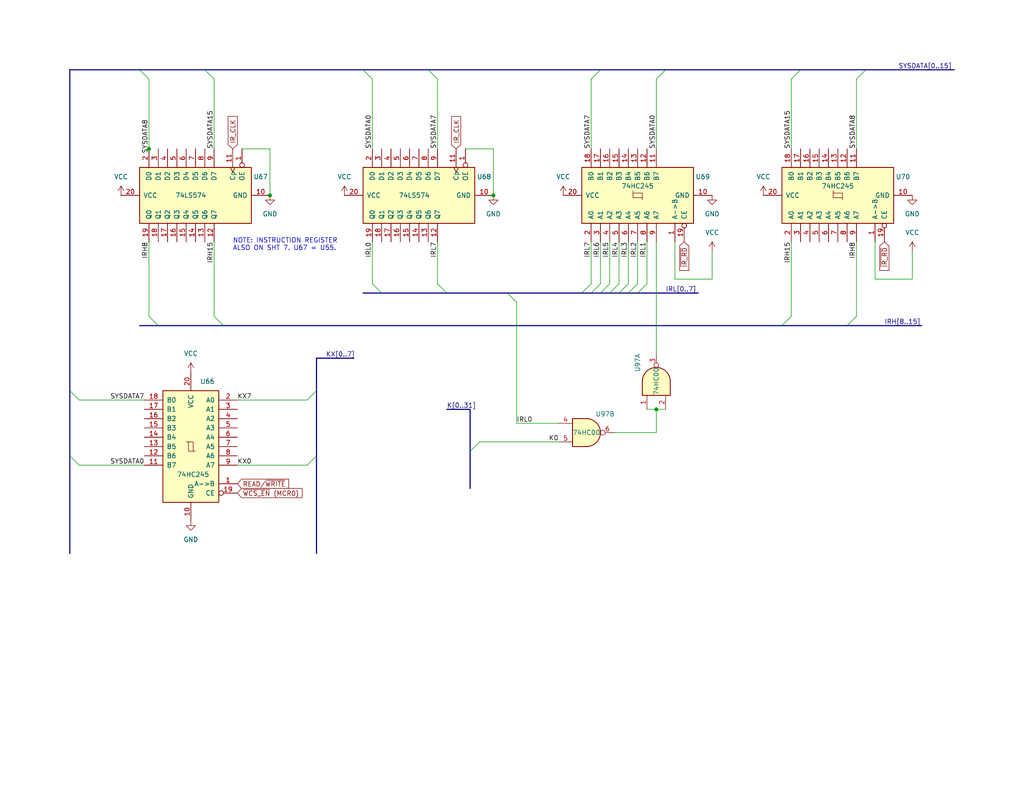
<source format=kicad_sch>
(kicad_sch (version 20211123) (generator eeschema)
  (paper "USLetter")
  (title_block (title "Microcode Tranceivers") (date "2022-07-05"))
  (lib_symbols
    (symbol "74xx:74HC00" (pin_names (offset 1.016))
      (property "Reference" "U" (at 0 1.27 0))
      (property "Value" "74HC00" (at 0 -1.27 0))
      (symbol "74HC00_1_1"
        (arc (start 0 -3.81) (mid 3.81 0) (end 0 3.81) (stroke (width 0.254)) (fill (type background)))
        (polyline (pts (xy 0 3.81) (xy -3.81 3.81) (xy -3.81 -3.81) (xy 0 -3.81)) (stroke (width 0.254)) (fill (type background)))
        (pin input line (at -7.62 2.54 0) (length 3.81) (name "~") (number "1"))
        (pin input line (at -7.62 -2.54 0) (length 3.81) (name "~") (number "2"))
        (pin output inverted (at 7.62 0 180) (length 3.81) (name "~") (number "3"))
      )
      (symbol "74HC00_1_2"
        (arc (start -3.81 -3.81) (mid -2.589 0) (end -3.81 3.81) (stroke (width 0.254)))
        (arc (start -0.6096 -3.81) (mid 2.1855 -2.584) (end 3.81 0) (stroke (width 0.254)) (fill (type background)))
        (polyline (pts (xy -3.81 -3.81) (xy -0.635 -3.81)) (stroke (width 0.254)) (fill (type background)))
        (polyline (pts (xy -3.81 3.81) (xy -0.635 3.81)) (stroke (width 0.254)) (fill (type background)))
        (polyline (pts (xy -0.635 3.81) (xy -3.81 3.81) (xy -3.81 3.81) (xy -3.556 3.4036) (xy -3.0226 2.2606) (xy -2.6924 1.0414) (xy -2.6162 -0.254) (xy -2.7686 -1.4986) (xy -3.175 -2.7178) (xy -3.81 -3.81) (xy -3.81 -3.81) (xy -0.635 -3.81)) (stroke (width -25.4)) (fill (type background)))
        (arc (start 3.81 0) (mid 2.1928 2.5925) (end -0.6096 3.81) (stroke (width 0.254)) (fill (type background)))
        (pin input inverted (at -7.62 2.54 0) (length 4.318) (name "~") (number "1"))
        (pin input inverted (at -7.62 -2.54 0) (length 4.318) (name "~") (number "2"))
        (pin output line (at 7.62 0 180) (length 3.81) (name "~") (number "3"))
      )
      (symbol "74HC00_2_1"
        (arc (start 0 -3.81) (mid 3.81 0) (end 0 3.81) (stroke (width 0.254)) (fill (type background)))
        (polyline (pts (xy 0 3.81) (xy -3.81 3.81) (xy -3.81 -3.81) (xy 0 -3.81)) (stroke (width 0.254)) (fill (type background)))
        (pin input line (at -7.62 2.54 0) (length 3.81) (name "~") (number "4"))
        (pin input line (at -7.62 -2.54 0) (length 3.81) (name "~") (number "5"))
        (pin output inverted (at 7.62 0 180) (length 3.81) (name "~") (number "6"))
      )
      (symbol "74HC00_2_2"
        (arc (start -3.81 -3.81) (mid -2.589 0) (end -3.81 3.81) (stroke (width 0.254)))
        (arc (start -0.6096 -3.81) (mid 2.1855 -2.584) (end 3.81 0) (stroke (width 0.254)) (fill (type background)))
        (polyline (pts (xy -3.81 -3.81) (xy -0.635 -3.81)) (stroke (width 0.254)) (fill (type background)))
        (polyline (pts (xy -3.81 3.81) (xy -0.635 3.81)) (stroke (width 0.254)) (fill (type background)))
        (polyline (pts (xy -0.635 3.81) (xy -3.81 3.81) (xy -3.81 3.81) (xy -3.556 3.4036) (xy -3.0226 2.2606) (xy -2.6924 1.0414) (xy -2.6162 -0.254) (xy -2.7686 -1.4986) (xy -3.175 -2.7178) (xy -3.81 -3.81) (xy -3.81 -3.81) (xy -0.635 -3.81)) (stroke (width -25.4)) (fill (type background)))
        (arc (start 3.81 0) (mid 2.1928 2.5925) (end -0.6096 3.81) (stroke (width 0.254)) (fill (type background)))
        (pin input inverted (at -7.62 2.54 0) (length 4.318) (name "~") (number "4"))
        (pin input inverted (at -7.62 -2.54 0) (length 4.318) (name "~") (number "5"))
        (pin output line (at 7.62 0 180) (length 3.81) (name "~") (number "6"))
      )
      (symbol "74HC00_3_1"
        (arc (start 0 -3.81) (mid 3.81 0) (end 0 3.81) (stroke (width 0.254)) (fill (type background)))
        (polyline (pts (xy 0 3.81) (xy -3.81 3.81) (xy -3.81 -3.81) (xy 0 -3.81)) (stroke (width 0.254)) (fill (type background)))
        (pin input line (at -7.62 -2.54 0) (length 3.81) (name "~") (number "10"))
        (pin output inverted (at 7.62 0 180) (length 3.81) (name "~") (number "8"))
        (pin input line (at -7.62 2.54 0) (length 3.81) (name "~") (number "9"))
      )
      (symbol "74HC00_3_2"
        (arc (start -3.81 -3.81) (mid -2.589 0) (end -3.81 3.81) (stroke (width 0.254)))
        (arc (start -0.6096 -3.81) (mid 2.1855 -2.584) (end 3.81 0) (stroke (width 0.254)) (fill (type background)))
        (polyline (pts (xy -3.81 -3.81) (xy -0.635 -3.81)) (stroke (width 0.254)) (fill (type background)))
        (polyline (pts (xy -3.81 3.81) (xy -0.635 3.81)) (stroke (width 0.254)) (fill (type background)))
        (polyline (pts (xy -0.635 3.81) (xy -3.81 3.81) (xy -3.81 3.81) (xy -3.556 3.4036) (xy -3.0226 2.2606) (xy -2.6924 1.0414) (xy -2.6162 -0.254) (xy -2.7686 -1.4986) (xy -3.175 -2.7178) (xy -3.81 -3.81) (xy -3.81 -3.81) (xy -0.635 -3.81)) (stroke (width -25.4)) (fill (type background)))
        (arc (start 3.81 0) (mid 2.1928 2.5925) (end -0.6096 3.81) (stroke (width 0.254)) (fill (type background)))
        (pin input inverted (at -7.62 -2.54 0) (length 4.318) (name "~") (number "10"))
        (pin output line (at 7.62 0 180) (length 3.81) (name "~") (number "8"))
        (pin input inverted (at -7.62 2.54 0) (length 4.318) (name "~") (number "9"))
      )
      (symbol "74HC00_4_1"
        (arc (start 0 -3.81) (mid 3.81 0) (end 0 3.81) (stroke (width 0.254)) (fill (type background)))
        (polyline (pts (xy 0 3.81) (xy -3.81 3.81) (xy -3.81 -3.81) (xy 0 -3.81)) (stroke (width 0.254)) (fill (type background)))
        (pin output inverted (at 7.62 0 180) (length 3.81) (name "~") (number "11"))
        (pin input line (at -7.62 2.54 0) (length 3.81) (name "~") (number "12"))
        (pin input line (at -7.62 -2.54 0) (length 3.81) (name "~") (number "13"))
      )
      (symbol "74HC00_4_2"
        (arc (start -3.81 -3.81) (mid -2.589 0) (end -3.81 3.81) (stroke (width 0.254)))
        (arc (start -0.6096 -3.81) (mid 2.1855 -2.584) (end 3.81 0) (stroke (width 0.254)) (fill (type background)))
        (polyline (pts (xy -3.81 -3.81) (xy -0.635 -3.81)) (stroke (width 0.254)) (fill (type background)))
        (polyline (pts (xy -3.81 3.81) (xy -0.635 3.81)) (stroke (width 0.254)) (fill (type background)))
        (polyline (pts (xy -0.635 3.81) (xy -3.81 3.81) (xy -3.81 3.81) (xy -3.556 3.4036) (xy -3.0226 2.2606) (xy -2.6924 1.0414) (xy -2.6162 -0.254) (xy -2.7686 -1.4986) (xy -3.175 -2.7178) (xy -3.81 -3.81) (xy -3.81 -3.81) (xy -0.635 -3.81)) (stroke (width -25.4)) (fill (type background)))
        (arc (start 3.81 0) (mid 2.1928 2.5925) (end -0.6096 3.81) (stroke (width 0.254)) (fill (type background)))
        (pin output line (at 7.62 0 180) (length 3.81) (name "~") (number "11"))
        (pin input inverted (at -7.62 2.54 0) (length 4.318) (name "~") (number "12"))
        (pin input inverted (at -7.62 -2.54 0) (length 4.318) (name "~") (number "13"))
      )
      (symbol "74HC00_5_0"
        (pin power_in line (at 0 12.7 270) (length 5.08) (name "VCC") (number "14"))
        (pin power_in line (at 0 -12.7 90) (length 5.08) (name "GND") (number "7"))
      )
      (symbol "74HC00_5_1"
        (rectangle (start -5.08 7.62) (end 5.08 -7.62) (stroke (width 0.254)) (fill (type background)))
      )
    )
    (symbol "74xx:74HC245" (pin_names (offset 1.016))
      (property "Reference" "U" (at -7.62 16.51 0))
      (property "Value" "74HC245" (at -7.62 -16.51 0))
      (symbol "74HC245_1_0"
        (polyline (pts (xy -0.635 -1.27) (xy -0.635 1.27) (xy 0.635 1.27)))
        (polyline (pts (xy -1.27 -1.27) (xy 0.635 -1.27) (xy 0.635 1.27) (xy 1.27 1.27)))
        (pin input line (at -12.7 -10.16 0) (length 5.08) (name "A->B") (number "1"))
        (pin power_in line (at 0 -20.32 90) (length 5.08) (name "GND") (number "10"))
        (pin tri_state line (at 12.7 -5.08 180) (length 5.08) (name "B7") (number "11"))
        (pin tri_state line (at 12.7 -2.54 180) (length 5.08) (name "B6") (number "12"))
        (pin tri_state line (at 12.7 0 180) (length 5.08) (name "B5") (number "13"))
        (pin tri_state line (at 12.7 2.54 180) (length 5.08) (name "B4") (number "14"))
        (pin tri_state line (at 12.7 5.08 180) (length 5.08) (name "B3") (number "15"))
        (pin tri_state line (at 12.7 7.62 180) (length 5.08) (name "B2") (number "16"))
        (pin tri_state line (at 12.7 10.16 180) (length 5.08) (name "B1") (number "17"))
        (pin tri_state line (at 12.7 12.7 180) (length 5.08) (name "B0") (number "18"))
        (pin input inverted (at -12.7 -12.7 0) (length 5.08) (name "CE") (number "19"))
        (pin tri_state line (at -12.7 12.7 0) (length 5.08) (name "A0") (number "2"))
        (pin power_in line (at 0 20.32 270) (length 5.08) (name "VCC") (number "20"))
        (pin tri_state line (at -12.7 10.16 0) (length 5.08) (name "A1") (number "3"))
        (pin tri_state line (at -12.7 7.62 0) (length 5.08) (name "A2") (number "4"))
        (pin tri_state line (at -12.7 5.08 0) (length 5.08) (name "A3") (number "5"))
        (pin tri_state line (at -12.7 2.54 0) (length 5.08) (name "A4") (number "6"))
        (pin tri_state line (at -12.7 0 0) (length 5.08) (name "A5") (number "7"))
        (pin tri_state line (at -12.7 -2.54 0) (length 5.08) (name "A6") (number "8"))
        (pin tri_state line (at -12.7 -5.08 0) (length 5.08) (name "A7") (number "9"))
      )
      (symbol "74HC245_1_1"
        (rectangle (start -7.62 15.24) (end 7.62 -15.24) (stroke (width 0.254)) (fill (type background)))
      )
    )
    (symbol "74xx:74LS574" (pin_names (offset 1.016))
      (property "Reference" "U" (at -7.62 16.51 0))
      (property "Value" "74LS574" (at -7.62 -16.51 0))
      (symbol "74LS574_1_0"
        (pin input inverted (at -12.7 -12.7 0) (length 5.08) (name "OE") (number "1"))
        (pin power_in line (at 0 -20.32 90) (length 5.08) (name "GND") (number "10"))
        (pin input clock (at -12.7 -10.16 0) (length 5.08) (name "Cp") (number "11"))
        (pin tri_state line (at 12.7 -5.08 180) (length 5.08) (name "Q7") (number "12"))
        (pin tri_state line (at 12.7 -2.54 180) (length 5.08) (name "Q6") (number "13"))
        (pin tri_state line (at 12.7 0 180) (length 5.08) (name "Q5") (number "14"))
        (pin tri_state line (at 12.7 2.54 180) (length 5.08) (name "Q4") (number "15"))
        (pin tri_state line (at 12.7 5.08 180) (length 5.08) (name "Q3") (number "16"))
        (pin tri_state line (at 12.7 7.62 180) (length 5.08) (name "Q2") (number "17"))
        (pin tri_state line (at 12.7 10.16 180) (length 5.08) (name "Q1") (number "18"))
        (pin tri_state line (at 12.7 12.7 180) (length 5.08) (name "Q0") (number "19"))
        (pin input line (at -12.7 12.7 0) (length 5.08) (name "D0") (number "2"))
        (pin power_in line (at 0 20.32 270) (length 5.08) (name "VCC") (number "20"))
        (pin input line (at -12.7 10.16 0) (length 5.08) (name "D1") (number "3"))
        (pin input line (at -12.7 7.62 0) (length 5.08) (name "D2") (number "4"))
        (pin input line (at -12.7 5.08 0) (length 5.08) (name "D3") (number "5"))
        (pin input line (at -12.7 2.54 0) (length 5.08) (name "D4") (number "6"))
        (pin input line (at -12.7 0 0) (length 5.08) (name "D5") (number "7"))
        (pin input line (at -12.7 -2.54 0) (length 5.08) (name "D6") (number "8"))
        (pin input line (at -12.7 -5.08 0) (length 5.08) (name "D7") (number "9"))
      )
      (symbol "74LS574_1_1"
        (rectangle (start -7.62 15.24) (end 7.62 -15.24) (stroke (width 0.254)) (fill (type background)))
      )
    )
    (symbol "power:GND" (power) (pin_names (offset 0))
      (property "Value" "GND" (at 0 -3.81 0))
      (symbol "GND_0_1"
        (polyline (pts (xy 0 0) (xy 0 -1.27) (xy 1.27 -1.27) (xy 0 -2.54) (xy -1.27 -1.27) (xy 0 -1.27)))
      )
      (symbol "GND_1_1"
        (pin power_in line (at 0 0 270) (length 0) hide (name "GND") (number "1"))
      )
    )
    (symbol "power:VCC" (power) (pin_names (offset 0))
      (property "Value" "VCC" (at 0 3.81 0))
      (symbol "VCC_0_1"
        (polyline (pts (xy -0.762 1.27) (xy 0 2.54)))
        (polyline (pts (xy 0 0) (xy 0 2.54)))
        (polyline (pts (xy 0 2.54) (xy 0.762 1.27)))
      )
      (symbol "VCC_1_1"
        (pin power_in line (at 0 0 90) (length 0) hide (name "VCC") (number "1"))
      )
    )
  )
  (junction (at 40.64 40.64))
  (junction (at 134.62 53.34))
  (junction (at 73.66 53.34))
  (junction (at 179.07 111.76))
  (bus_entry (at 163.83 19.05) (size -2.54 2.54))
  (bus_entry (at 128.27 123.19) (size 2.54 -2.54))
  (bus_entry (at 161.29 80.01) (size 2.54 -2.54))
  (bus_entry (at 236.22 19.05) (size -2.54 2.54))
  (bus_entry (at 99.06 19.05) (size 2.54 2.54))
  (bus_entry (at 86.36 124.46) (size -2.54 2.54))
  (bus_entry (at 168.91 80.01) (size 2.54 -2.54))
  (bus_entry (at 104.14 80.01) (size -2.54 -2.54))
  (bus_entry (at 19.05 106.68) (size 2.54 2.54))
  (bus_entry (at 60.96 88.9) (size -2.54 -2.54))
  (bus_entry (at 43.18 88.9) (size -2.54 -2.54))
  (bus_entry (at 55.88 19.05) (size 2.54 2.54))
  (bus_entry (at 181.61 19.05) (size -2.54 2.54))
  (bus_entry (at 138.43 80.01) (size 2.54 2.54))
  (bus_entry (at 173.99 80.01) (size 2.54 -2.54))
  (bus_entry (at 171.45 80.01) (size 2.54 -2.54))
  (bus_entry (at 231.14 88.9) (size 2.54 -2.54))
  (bus_entry (at 19.05 124.46) (size 2.54 2.54))
  (bus_entry (at 166.37 80.01) (size 2.54 -2.54))
  (bus_entry (at 213.36 88.9) (size 2.54 -2.54))
  (bus_entry (at 116.84 19.05) (size 2.54 2.54))
  (bus_entry (at 86.36 106.68) (size -2.54 2.54))
  (bus_entry (at 158.75 80.01) (size 2.54 -2.54))
  (bus_entry (at 218.44 19.05) (size -2.54 2.54))
  (bus_entry (at 38.1 19.05) (size 2.54 2.54))
  (bus_entry (at 121.92 80.01) (size -2.54 -2.54))
  (bus_entry (at 163.83 80.01) (size 2.54 -2.54))
  (wire (pts (xy 161.29 21.59) (xy 161.29 40.64)))
  (bus (pts (xy 19.05 124.46) (xy 19.05 151.13)))
  (bus (pts (xy 121.92 80.01) (xy 138.43 80.01)))
  (wire (pts (xy 168.91 77.47) (xy 168.91 66.04)))
  (bus (pts (xy 104.14 80.01) (xy 121.92 80.01)))
  (wire (pts (xy 233.68 21.59) (xy 233.68 40.64)))
  (wire (pts (xy 134.62 40.64) (xy 134.62 53.34)))
  (bus (pts (xy 236.22 19.05) (xy 260.35 19.05)))
  (wire (pts (xy 140.97 82.55) (xy 140.97 115.57)))
  (wire (pts (xy 238.76 76.2) (xy 248.92 76.2)))
  (wire (pts (xy 179.07 96.52) (xy 179.07 66.04)))
  (wire (pts (xy 184.15 66.04) (xy 184.15 76.2)))
  (bus (pts (xy 96.52 97.79) (xy 86.36 97.79)))
  (wire (pts (xy 179.07 118.11) (xy 179.07 111.76)))
  (wire (pts (xy 152.4 115.57) (xy 140.97 115.57)))
  (bus (pts (xy 213.36 88.9) (xy 231.14 88.9)))
  (wire (pts (xy 58.42 86.36) (xy 58.42 66.04)))
  (bus (pts (xy 121.92 111.76) (xy 128.27 111.76)))
  (bus (pts (xy 19.05 19.05) (xy 19.05 106.68)))
  (bus (pts (xy 19.05 19.05) (xy 38.1 19.05)))
  (bus (pts (xy 38.1 88.9) (xy 43.18 88.9)))
  (wire (pts (xy 21.59 109.22) (xy 39.37 109.22)))
  (wire (pts (xy 40.64 86.36) (xy 40.64 66.04)))
  (wire (pts (xy 173.99 77.47) (xy 173.99 66.04)))
  (wire (pts (xy 73.66 40.64) (xy 73.66 53.34)))
  (bus (pts (xy 99.06 19.05) (xy 116.84 19.05)))
  (bus (pts (xy 60.96 88.9) (xy 213.36 88.9)))
  (wire (pts (xy 119.38 21.59) (xy 119.38 40.64)))
  (wire (pts (xy 215.9 21.59) (xy 215.9 40.64)))
  (bus (pts (xy 161.29 80.01) (xy 163.83 80.01)))
  (wire (pts (xy 215.9 86.36) (xy 215.9 66.04)))
  (bus (pts (xy 218.44 19.05) (xy 236.22 19.05)))
  (wire (pts (xy 58.42 21.59) (xy 58.42 40.64)))
  (bus (pts (xy 86.36 97.79) (xy 86.36 106.68)))
  (wire (pts (xy 83.82 109.22) (xy 64.77 109.22)))
  (bus (pts (xy 55.88 19.05) (xy 99.06 19.05)))
  (bus (pts (xy 86.36 106.68) (xy 86.36 124.46)))
  (wire (pts (xy 101.6 21.59) (xy 101.6 40.64)))
  (bus (pts (xy 158.75 80.01) (xy 161.29 80.01)))
  (bus (pts (xy 86.36 124.46) (xy 86.36 151.13)))
  (wire (pts (xy 176.53 77.47) (xy 176.53 66.04)))
  (wire (pts (xy 166.37 77.47) (xy 166.37 66.04)))
  (bus (pts (xy 43.18 88.9) (xy 60.96 88.9)))
  (wire (pts (xy 40.64 21.59) (xy 40.64 40.64)))
  (wire (pts (xy 184.15 76.2) (xy 194.31 76.2)))
  (bus (pts (xy 163.83 19.05) (xy 181.61 19.05)))
  (wire (pts (xy 179.07 21.59) (xy 179.07 40.64)))
  (wire (pts (xy 119.38 77.47) (xy 119.38 66.04)))
  (wire (pts (xy 66.04 40.64) (xy 73.66 40.64)))
  (bus (pts (xy 166.37 80.01) (xy 168.91 80.01)))
  (wire (pts (xy 238.76 66.04) (xy 238.76 76.2)))
  (bus (pts (xy 138.43 80.01) (xy 158.75 80.01)))
  (bus (pts (xy 173.99 80.01) (xy 190.5 80.01)))
  (bus (pts (xy 128.27 111.76) (xy 128.27 123.19)))
  (wire (pts (xy 179.07 111.76) (xy 181.61 111.76)))
  (bus (pts (xy 128.27 123.19) (xy 128.27 133.35)))
  (wire (pts (xy 21.59 127) (xy 39.37 127)))
  (bus (pts (xy 181.61 19.05) (xy 218.44 19.05)))
  (wire (pts (xy 40.64 40.64) (xy 40.64 41.91)))
  (wire (pts (xy 101.6 77.47) (xy 101.6 66.04)))
  (wire (pts (xy 233.68 86.36) (xy 233.68 66.04)))
  (wire (pts (xy 161.29 77.47) (xy 161.29 66.04)))
  (wire (pts (xy 171.45 77.47) (xy 171.45 66.04)))
  (wire (pts (xy 176.53 111.76) (xy 179.07 111.76)))
  (bus (pts (xy 163.83 80.01) (xy 166.37 80.01)))
  (bus (pts (xy 171.45 80.01) (xy 173.99 80.01)))
  (wire (pts (xy 194.31 68.58) (xy 194.31 76.2)))
  (bus (pts (xy 231.14 88.9) (xy 251.46 88.9)))
  (bus (pts (xy 19.05 106.68) (xy 19.05 124.46)))
  (wire (pts (xy 248.92 68.58) (xy 248.92 76.2)))
  (bus (pts (xy 168.91 80.01) (xy 171.45 80.01)))
  (wire (pts (xy 167.64 118.11) (xy 179.07 118.11)))
  (wire (pts (xy 163.83 77.47) (xy 163.83 66.04)))
  (wire (pts (xy 130.81 120.65) (xy 152.4 120.65)))
  (wire (pts (xy 127 40.64) (xy 134.62 40.64)))
  (wire (pts (xy 83.82 127) (xy 64.77 127)))
  (bus (pts (xy 99.06 80.01) (xy 104.14 80.01)))
  (bus (pts (xy 38.1 19.05) (xy 55.88 19.05)))
  (bus (pts (xy 116.84 19.05) (xy 163.83 19.05)))
  (text "NOTE: INSTRUCTION REGISTER\nALSO ON SHT 7. U67 = U55." (at 63.5 68.58 0) (effects (font (size 1.27 1.27)) (justify left bottom)))
  (label "SYSDATA[0..15]" (at 245.11 19.05 0))
  (label "IRL3" (at 171.45 66.04 270))
  (label "SYSDATA8" (at 233.68 40.64 90))
  (label "KX7" (at 64.77 109.22 0))
  (label "KX[0..7]" (at 88.9 97.79 0))
  (label "K0" (at 152.4 120.65 180))
  (label "SYSDATA7" (at 161.29 40.64 90))
  (label "IRL7" (at 161.29 66.04 270))
  (label "IRL0" (at 101.6 66.04 270))
  (label "IRL7" (at 119.38 66.04 270))
  (label "IRH[8..15]" (at 241.3 88.9 0))
  (label "SYSDATA7" (at 39.37 109.22 180))
  (label "KX0" (at 64.77 127 0))
  (label "IRH15" (at 215.9 66.04 270))
  (label "IRL2" (at 173.99 66.04 270))
  (label "SYSDATA15" (at 215.9 40.64 90))
  (label "SYSDATA8" (at 40.64 41.91 90))
  (label "IRH8" (at 40.64 66.04 270))
  (label "IRL5" (at 166.37 66.04 270))
  (label "SYSDATA0" (at 101.6 40.64 90))
  (label "IRL1" (at 176.53 66.04 270))
  (label "SYSDATA7" (at 119.38 40.64 90))
  (label "SYSDATA0" (at 39.37 127 180))
  (label "IRL0" (at 140.97 115.57 0))
  (label "SYSDATA15" (at 58.42 40.64 90))
  (label "IRL[0..7]" (at 181.61 80.01 0))
  (label "K[0..31]" (at 121.92 111.76 0))
  (label "IRL6" (at 163.83 66.04 270))
  (label "IRH8" (at 233.68 66.04 270))
  (label "SYSDATA0" (at 179.07 40.64 90))
  (label "IRH15" (at 58.42 66.04 270))
  (label "IRL4" (at 168.91 66.04 270))
  (global_label "~{WCS_EN} (MCR0)" (shape input) (at 64.77 134.62 0) (property "Intersheet References" "${INTERSHEET_REFS}" (effects hide)))
  (global_label "READ{slash}~{WRITE}" (shape input) (at 64.77 132.08 0) (property "Intersheet References" "${INTERSHEET_REFS}" (effects hide)))
  (global_label "IR_CLK" (shape input) (at 124.46 40.64 90) (property "Intersheet References" "${INTERSHEET_REFS}" (effects hide)))
  (global_label "IR_CLK" (shape input) (at 63.5 40.64 90) (property "Intersheet References" "${INTERSHEET_REFS}" (effects hide)))
  (global_label "~{IR_RD}" (shape input) (at 241.3 66.04 270) (property "Intersheet References" "${INTERSHEET_REFS}" (effects hide)))
  (global_label "~{IR_RD}" (shape input) (at 186.69 66.04 270) (property "Intersheet References" "${INTERSHEET_REFS}" (effects hide)))
  (symbol (lib_id "74xx:74LS574") (at 114.3 53.34 90) (mirror x) (unit 1)
    (property "Reference" "U68" (at 132.08 48.26 90))
    (property "Value" "74LS574" (at 113.03 53.34 90))
    (property "Datasheet" "http://www.ti.com/lit/gpn/sn74LS574" (effects hide))
  )
  (symbol (lib_id "74xx:74HC00") (at 160.02 118.11 0) (unit 2)
    (property "Reference" "U97" (at 165.1 113.03 0))
    (property "Value" "74HC00" (at 160.02 118.11 0))
    (property "Datasheet" "http://www.ti.com/lit/gpn/sn74hc00" (effects hide))
  )
  (symbol (lib_id "power:VCC") (at 33.02 53.34 0) (unit 1)
    (property "Reference" "#PWR0126" (effects hide))
    (property "Value" "VCC" (at 33.02 48.26 0))
  )
  (symbol (lib_id "power:GND") (at 52.07 142.24 0) (unit 1)
    (property "Reference" "#PWR0128" (effects hide))
    (property "Value" "GND" (at 52.07 147.32 0))
  )
  (symbol (lib_id "power:VCC") (at 194.31 68.58 0) (unit 1)
    (property "Reference" "#PWR0134" (effects hide))
    (property "Value" "VCC" (at 194.31 63.5 0))
  )
  (symbol (lib_id "74xx:74HC245") (at 173.99 53.34 90) (unit 1)
    (property "Reference" "U69" (at 191.77 48.26 90))
    (property "Value" "74HC245" (at 173.99 50.8 90))
    (property "Datasheet" "http://www.ti.com/lit/gpn/sn74HC245" (effects hide))
  )
  (symbol (lib_id "74xx:74HC00") (at 179.07 104.14 90) (unit 1)
    (property "Reference" "U97" (at 173.99 99.06 0))
    (property "Value" "74HC00" (at 179.07 104.14 0))
    (property "Datasheet" "http://www.ti.com/lit/gpn/sn74hc00" (effects hide))
  )
  (symbol (lib_id "74xx:74LS574") (at 53.34 53.34 90) (mirror x) (unit 1)
    (property "Reference" "U67" (at 71.12 48.26 90))
    (property "Value" "74LS574" (at 52.07 53.34 90))
    (property "Datasheet" "http://www.ti.com/lit/gpn/sn74LS574" (effects hide))
  )
  (symbol (lib_id "74xx:74HC245") (at 52.07 121.92 0) (mirror y) (unit 1)
    (property "Reference" "U66" (at 54.61 104.14 0) (effects (justify right)))
    (property "Value" "74HC245" (at 48.26 129.54 0) (effects (justify right)))
    (property "Datasheet" "http://www.ti.com/lit/gpn/sn74HC245" (effects hide))
  )
  (symbol (lib_id "74xx:74HC245") (at 228.6 53.34 90) (unit 1)
    (property "Reference" "U70" (at 246.38 48.26 90))
    (property "Value" "74HC245" (at 228.6 50.8 90))
    (property "Datasheet" "http://www.ti.com/lit/gpn/sn74HC245" (effects hide))
  )
  (symbol (lib_id "power:VCC") (at 208.28 53.34 0) (unit 1)
    (property "Reference" "#PWR0135" (effects hide))
    (property "Value" "VCC" (at 208.28 48.26 0))
  )
  (symbol (lib_id "power:GND") (at 248.92 53.34 0) (unit 1)
    (property "Reference" "#PWR0136" (effects hide))
    (property "Value" "GND" (at 248.92 58.42 0))
  )
  (symbol (lib_id "power:VCC") (at 248.92 68.58 0) (unit 1)
    (property "Reference" "#PWR0137" (effects hide))
    (property "Value" "VCC" (at 248.92 63.5 0))
  )
  (symbol (lib_id "power:VCC") (at 93.98 53.34 0) (unit 1)
    (property "Reference" "#PWR0130" (effects hide))
    (property "Value" "VCC" (at 93.98 48.26 0))
  )
  (symbol (lib_id "power:VCC") (at 153.67 53.34 0) (unit 1)
    (property "Reference" "#PWR0132" (effects hide))
    (property "Value" "VCC" (at 153.67 48.26 0))
  )
  (symbol (lib_id "power:VCC") (at 52.07 101.6 0) (unit 1)
    (property "Reference" "#PWR0127" (effects hide))
    (property "Value" "VCC" (at 52.07 96.52 0))
  )
  (symbol (lib_id "power:GND") (at 194.31 53.34 0) (unit 1)
    (property "Reference" "#PWR0133" (effects hide))
    (property "Value" "GND" (at 194.31 58.42 0))
  )
  (symbol (lib_id "power:GND") (at 73.66 53.34 0) (unit 1)
    (property "Reference" "#PWR0129" (effects hide))
    (property "Value" "GND" (at 73.66 58.42 0))
  )
  (symbol (lib_id "power:GND") (at 134.62 53.34 0) (unit 1)
    (property "Reference" "#PWR0131" (effects hide))
    (property "Value" "GND" (at 134.62 58.42 0))
  )
)
</source>
